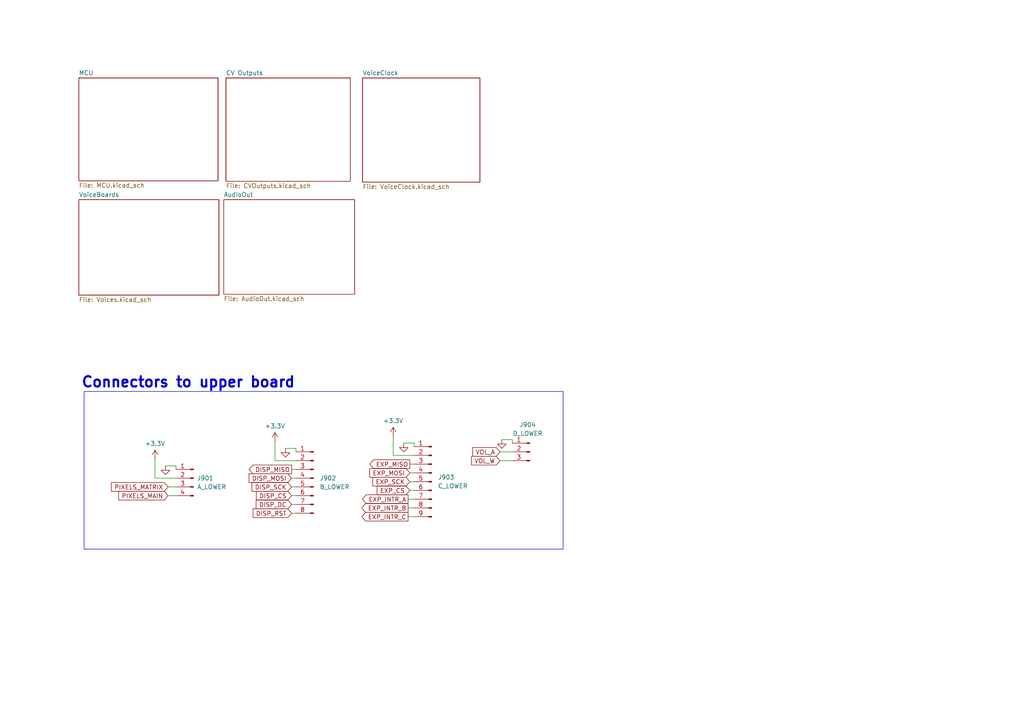
<source format=kicad_sch>
(kicad_sch (version 20231120) (generator "eeschema") (generator_version "8.0")
  (paper "A4")
  (lib_symbols
    (symbol "Connector:Conn_01x03_Pin" (pin_names (offset 1.016) hide)
      (property "Reference" "J" (at 0 5.08 0))
      (property "Value" "Conn_01x03_Pin" (at 0 -5.08 0))
      (symbol "Conn_01x03_Pin_1_1"
        (polyline (pts (xy 1.27 -2.54) (xy 0.8636 -2.54)) (stroke (width 0.1524)))
        (polyline (pts (xy 1.27 0) (xy 0.8636 0)) (stroke (width 0.1524)))
        (polyline (pts (xy 1.27 2.54) (xy 0.8636 2.54)) (stroke (width 0.1524)))
        (rectangle (start 0.8636 -2.413) (end 0 -2.667) (stroke (width 0.1524)) (fill (type outline)))
        (rectangle (start 0.8636 0.127) (end 0 -0.127) (stroke (width 0.1524)) (fill (type outline)))
        (rectangle (start 0.8636 2.667) (end 0 2.413) (stroke (width 0.1524)) (fill (type outline)))
        (pin passive line (at 5.08 2.54 180) (length 3.81) (name "Pin_1") (number "1"))
        (pin passive line (at 5.08 0 180) (length 3.81) (name "Pin_2") (number "2"))
        (pin passive line (at 5.08 -2.54 180) (length 3.81) (name "Pin_3") (number "3"))
      )
    )
    (symbol "Connector:Conn_01x04_Pin" (pin_names (offset 1.016) hide)
      (property "Reference" "J" (at 0 5.08 0))
      (property "Value" "Conn_01x04_Pin" (at 0 -7.62 0))
      (symbol "Conn_01x04_Pin_1_1"
        (polyline (pts (xy 1.27 -5.08) (xy 0.8636 -5.08)) (stroke (width 0.1524)))
        (polyline (pts (xy 1.27 -2.54) (xy 0.8636 -2.54)) (stroke (width 0.1524)))
        (polyline (pts (xy 1.27 0) (xy 0.8636 0)) (stroke (width 0.1524)))
        (polyline (pts (xy 1.27 2.54) (xy 0.8636 2.54)) (stroke (width 0.1524)))
        (rectangle (start 0.8636 -4.953) (end 0 -5.207) (stroke (width 0.1524)) (fill (type outline)))
        (rectangle (start 0.8636 -2.413) (end 0 -2.667) (stroke (width 0.1524)) (fill (type outline)))
        (rectangle (start 0.8636 0.127) (end 0 -0.127) (stroke (width 0.1524)) (fill (type outline)))
        (rectangle (start 0.8636 2.667) (end 0 2.413) (stroke (width 0.1524)) (fill (type outline)))
        (pin passive line (at 5.08 2.54 180) (length 3.81) (name "Pin_1") (number "1"))
        (pin passive line (at 5.08 0 180) (length 3.81) (name "Pin_2") (number "2"))
        (pin passive line (at 5.08 -2.54 180) (length 3.81) (name "Pin_3") (number "3"))
        (pin passive line (at 5.08 -5.08 180) (length 3.81) (name "Pin_4") (number "4"))
      )
    )
    (symbol "Connector:Conn_01x08_Pin" (pin_names (offset 1.016) hide)
      (property "Reference" "J" (at 0 10.16 0))
      (property "Value" "Conn_01x08_Pin" (at 0 -12.7 0))
      (symbol "Conn_01x08_Pin_1_1"
        (polyline (pts (xy 1.27 -10.16) (xy 0.8636 -10.16)) (stroke (width 0.1524)))
        (polyline (pts (xy 1.27 -7.62) (xy 0.8636 -7.62)) (stroke (width 0.1524)))
        (polyline (pts (xy 1.27 -5.08) (xy 0.8636 -5.08)) (stroke (width 0.1524)))
        (polyline (pts (xy 1.27 -2.54) (xy 0.8636 -2.54)) (stroke (width 0.1524)))
        (polyline (pts (xy 1.27 0) (xy 0.8636 0)) (stroke (width 0.1524)))
        (polyline (pts (xy 1.27 2.54) (xy 0.8636 2.54)) (stroke (width 0.1524)))
        (polyline (pts (xy 1.27 5.08) (xy 0.8636 5.08)) (stroke (width 0.1524)))
        (polyline (pts (xy 1.27 7.62) (xy 0.8636 7.62)) (stroke (width 0.1524)))
        (rectangle (start 0.8636 -10.033) (end 0 -10.287) (stroke (width 0.1524)) (fill (type outline)))
        (rectangle (start 0.8636 -7.493) (end 0 -7.747) (stroke (width 0.1524)) (fill (type outline)))
        (rectangle (start 0.8636 -4.953) (end 0 -5.207) (stroke (width 0.1524)) (fill (type outline)))
        (rectangle (start 0.8636 -2.413) (end 0 -2.667) (stroke (width 0.1524)) (fill (type outline)))
        (rectangle (start 0.8636 0.127) (end 0 -0.127) (stroke (width 0.1524)) (fill (type outline)))
        (rectangle (start 0.8636 2.667) (end 0 2.413) (stroke (width 0.1524)) (fill (type outline)))
        (rectangle (start 0.8636 5.207) (end 0 4.953) (stroke (width 0.1524)) (fill (type outline)))
        (rectangle (start 0.8636 7.747) (end 0 7.493) (stroke (width 0.1524)) (fill (type outline)))
        (pin passive line (at 5.08 7.62 180) (length 3.81) (name "Pin_1") (number "1"))
        (pin passive line (at 5.08 5.08 180) (length 3.81) (name "Pin_2") (number "2"))
        (pin passive line (at 5.08 2.54 180) (length 3.81) (name "Pin_3") (number "3"))
        (pin passive line (at 5.08 0 180) (length 3.81) (name "Pin_4") (number "4"))
        (pin passive line (at 5.08 -2.54 180) (length 3.81) (name "Pin_5") (number "5"))
        (pin passive line (at 5.08 -5.08 180) (length 3.81) (name "Pin_6") (number "6"))
        (pin passive line (at 5.08 -7.62 180) (length 3.81) (name "Pin_7") (number "7"))
        (pin passive line (at 5.08 -10.16 180) (length 3.81) (name "Pin_8") (number "8"))
      )
    )
    (symbol "Connector:Conn_01x09_Pin" (pin_names (offset 1.016) hide)
      (property "Reference" "J" (at 0 12.7 0))
      (property "Value" "Conn_01x09_Pin" (at 0 -12.7 0))
      (symbol "Conn_01x09_Pin_1_1"
        (polyline (pts (xy 1.27 -10.16) (xy 0.8636 -10.16)) (stroke (width 0.1524)))
        (polyline (pts (xy 1.27 -7.62) (xy 0.8636 -7.62)) (stroke (width 0.1524)))
        (polyline (pts (xy 1.27 -5.08) (xy 0.8636 -5.08)) (stroke (width 0.1524)))
        (polyline (pts (xy 1.27 -2.54) (xy 0.8636 -2.54)) (stroke (width 0.1524)))
        (polyline (pts (xy 1.27 0) (xy 0.8636 0)) (stroke (width 0.1524)))
        (polyline (pts (xy 1.27 2.54) (xy 0.8636 2.54)) (stroke (width 0.1524)))
        (polyline (pts (xy 1.27 5.08) (xy 0.8636 5.08)) (stroke (width 0.1524)))
        (polyline (pts (xy 1.27 7.62) (xy 0.8636 7.62)) (stroke (width 0.1524)))
        (polyline (pts (xy 1.27 10.16) (xy 0.8636 10.16)) (stroke (width 0.1524)))
        (rectangle (start 0.8636 -10.033) (end 0 -10.287) (stroke (width 0.1524)) (fill (type outline)))
        (rectangle (start 0.8636 -7.493) (end 0 -7.747) (stroke (width 0.1524)) (fill (type outline)))
        (rectangle (start 0.8636 -4.953) (end 0 -5.207) (stroke (width 0.1524)) (fill (type outline)))
        (rectangle (start 0.8636 -2.413) (end 0 -2.667) (stroke (width 0.1524)) (fill (type outline)))
        (rectangle (start 0.8636 0.127) (end 0 -0.127) (stroke (width 0.1524)) (fill (type outline)))
        (rectangle (start 0.8636 2.667) (end 0 2.413) (stroke (width 0.1524)) (fill (type outline)))
        (rectangle (start 0.8636 5.207) (end 0 4.953) (stroke (width 0.1524)) (fill (type outline)))
        (rectangle (start 0.8636 7.747) (end 0 7.493) (stroke (width 0.1524)) (fill (type outline)))
        (rectangle (start 0.8636 10.287) (end 0 10.033) (stroke (width 0.1524)) (fill (type outline)))
        (pin passive line (at 5.08 10.16 180) (length 3.81) (name "Pin_1") (number "1"))
        (pin passive line (at 5.08 7.62 180) (length 3.81) (name "Pin_2") (number "2"))
        (pin passive line (at 5.08 5.08 180) (length 3.81) (name "Pin_3") (number "3"))
        (pin passive line (at 5.08 2.54 180) (length 3.81) (name "Pin_4") (number "4"))
        (pin passive line (at 5.08 0 180) (length 3.81) (name "Pin_5") (number "5"))
        (pin passive line (at 5.08 -2.54 180) (length 3.81) (name "Pin_6") (number "6"))
        (pin passive line (at 5.08 -5.08 180) (length 3.81) (name "Pin_7") (number "7"))
        (pin passive line (at 5.08 -7.62 180) (length 3.81) (name "Pin_8") (number "8"))
        (pin passive line (at 5.08 -10.16 180) (length 3.81) (name "Pin_9") (number "9"))
      )
    )
    (symbol "power:+3.3V" (power) (pin_names (offset 0))
      (property "Value" "+3.3V" (at 0 3.556 0))
      (symbol "+3.3V_0_1"
        (polyline (pts (xy -0.762 1.27) (xy 0 2.54)))
        (polyline (pts (xy 0 0) (xy 0 2.54)))
        (polyline (pts (xy 0 2.54) (xy 0.762 1.27)))
      )
      (symbol "+3.3V_1_1"
        (pin power_in line (at 0 0 90) (length 0) hide (name "+3.3V") (number "1"))
      )
    )
    (symbol "power:GND" (power) (pin_names (offset 0))
      (symbol "GND_0_1"
        (polyline (pts (xy 0 0) (xy 0 -1.27) (xy 1.27 -1.27) (xy 0 -2.54) (xy -1.27 -1.27) (xy 0 -1.27)))
      )
      (symbol "GND_1_1"
        (pin power_in line (at 0 0 270) (length 0) hide (name "GND") (number "1"))
      )
    )
  )
  (wire (pts (xy 114.046 132.08) (xy 120.142 132.08)))
  (wire (pts (xy 120.142 129.54) (xy 120.142 128.524)))
  (wire (pts (xy 48.768 143.764) (xy 51.054 143.764)))
  (wire (pts (xy 48.768 141.224) (xy 51.054 141.224)))
  (wire (pts (xy 79.756 128.016) (xy 79.756 133.604)))
  (wire (pts (xy 84.582 143.764) (xy 85.852 143.764)))
  (wire (pts (xy 114.046 126.492) (xy 114.046 132.08)))
  (wire (pts (xy 51.054 136.144) (xy 51.054 135.128)))
  (wire (pts (xy 118.364 149.86) (xy 120.142 149.86)))
  (wire (pts (xy 84.582 148.844) (xy 85.852 148.844)))
  (wire (pts (xy 118.872 139.7) (xy 120.142 139.7)))
  (wire (pts (xy 79.756 133.604) (xy 85.852 133.604)))
  (wire (pts (xy 118.872 134.62) (xy 120.142 134.62)))
  (wire (pts (xy 84.582 138.684) (xy 85.852 138.684)))
  (wire (pts (xy 120.142 128.524) (xy 117.094 128.524)))
  (wire (pts (xy 118.872 142.24) (xy 120.142 142.24)))
  (wire (pts (xy 148.59 127.508) (xy 145.542 127.508)))
  (wire (pts (xy 118.872 137.16) (xy 120.142 137.16)))
  (wire (pts (xy 44.958 133.096) (xy 44.958 138.684)))
  (wire (pts (xy 118.364 147.32) (xy 120.142 147.32)))
  (wire (pts (xy 44.958 138.684) (xy 51.054 138.684)))
  (wire (pts (xy 148.59 128.524) (xy 148.59 127.508)))
  (wire (pts (xy 145.034 131.064) (xy 148.59 131.064)))
  (wire (pts (xy 85.852 131.064) (xy 85.852 130.048)))
  (wire (pts (xy 51.054 135.128) (xy 48.006 135.128)))
  (wire (pts (xy 85.852 130.048) (xy 82.804 130.048)))
  (wire (pts (xy 84.582 146.304) (xy 85.852 146.304)))
  (wire (pts (xy 145.034 133.604) (xy 148.59 133.604)))
  (wire (pts (xy 84.582 141.224) (xy 85.852 141.224)))
  (wire (pts (xy 84.582 136.144) (xy 85.852 136.144)))
  (wire (pts (xy 118.364 144.78) (xy 120.142 144.78)))
  (rectangle (start 24.384 113.538) (end 163.322 159.258))
  (text "Connectors to upper board" (at 54.61 110.998 0) (effects (font (size 3 3) (thickness 0.6) (bold yes))))
  (global_label "EXP_MISO" (shape output) (at 118.872 134.62 180) (property "Intersheetrefs" "${INTERSHEET_REFS}" (effects (hide yes))))
  (global_label "PIXELS_MAIN" (shape input) (at 48.768 143.764 180) (property "Intersheetrefs" "${INTERSHEET_REFS}" (effects (hide yes))))
  (global_label "PIXELS_MATRIX" (shape input) (at 48.768 141.224 180) (property "Intersheetrefs" "${INTERSHEET_REFS}" (effects (hide yes))))
  (global_label "DISP_CS" (shape input) (at 84.582 143.764 180) (property "Intersheetrefs" "${INTERSHEET_REFS}" (effects (hide yes))))
  (global_label "VOL_A" (shape input) (at 145.034 131.064 180) (property "Intersheetrefs" "${INTERSHEET_REFS}" (effects (hide yes))))
  (global_label "EXP_MOSI" (shape input) (at 118.872 137.16 180) (property "Intersheetrefs" "${INTERSHEET_REFS}" (effects (hide yes))))
  (global_label "EXP_SCK" (shape input) (at 118.872 139.7 180) (property "Intersheetrefs" "${INTERSHEET_REFS}" (effects (hide yes))))
  (global_label "DISP_DC" (shape input) (at 84.582 146.304 180) (property "Intersheetrefs" "${INTERSHEET_REFS}" (effects (hide yes))))
  (global_label "VOL_W" (shape input) (at 145.034 133.604 180) (property "Intersheetrefs" "${INTERSHEET_REFS}" (effects (hide yes))))
  (global_label "EXP_INTR_C" (shape output) (at 118.364 149.86 180) (property "Intersheetrefs" "${INTERSHEET_REFS}" (effects (hide yes))))
  (global_label "DISP_SCK" (shape input) (at 84.582 141.224 180) (property "Intersheetrefs" "${INTERSHEET_REFS}" (effects (hide yes))))
  (global_label "DISP_RST" (shape input) (at 84.582 148.844 180) (property "Intersheetrefs" "${INTERSHEET_REFS}" (effects (hide yes))))
  (global_label "DISP_MOSI" (shape input) (at 84.582 138.684 180) (property "Intersheetrefs" "${INTERSHEET_REFS}" (effects (hide yes))))
  (global_label "EXP_CS" (shape input) (at 118.872 142.24 180) (property "Intersheetrefs" "${INTERSHEET_REFS}" (effects (hide yes))))
  (global_label "EXP_INTR_A" (shape output) (at 118.364 144.78 180) (property "Intersheetrefs" "${INTERSHEET_REFS}" (effects (hide yes))))
  (global_label "EXP_INTR_B" (shape output) (at 118.364 147.32 180) (property "Intersheetrefs" "${INTERSHEET_REFS}" (effects (hide yes))))
  (global_label "DISP_MISO" (shape output) (at 84.582 136.144 180) (property "Intersheetrefs" "${INTERSHEET_REFS}" (effects (hide yes))))
  (symbol (lib_id "power:GND") (at 48.006 135.128 0) (unit 1)
    (property "Reference" "#PWR0902" (effects (hide yes)))
    (property "Value" "GND" (effects (hide yes)))
  )
  (symbol (lib_id "Connector:Conn_01x03_Pin") (at 153.67 131.064 0) (mirror y) (unit 1)
    (property "Reference" "J904" (at 153.035 123.19 0))
    (property "Value" "D_LOWER" (at 153.035 125.73 0))
    (property "Footprint" "Connector_PinSocket_2.54mm:PinSocket_1x03_P2.54mm_Vertical" (effects (hide yes)))
    (property "Description" "Generic connector, single row, 01x03, script generated" (effects (hide yes)))
  )
  (symbol (lib_id "Connector:Conn_01x08_Pin") (at 90.932 138.684 0) (mirror y) (unit 1)
    (property "Reference" "J902" (at 92.71 138.6839 0) (effects (justify right)))
    (property "Value" "B_LOWER" (at 92.71 141.2239 0) (effects (justify right)))
    (property "Footprint" "Connector_PinHeader_2.54mm:PinHeader_1x08_P2.54mm_Vertical" (effects (hide yes)))
    (property "Description" "Generic connector, single row, 01x08, script generated" (effects (hide yes)))
  )
  (symbol (lib_id "Connector:Conn_01x09_Pin") (at 125.222 139.7 0) (mirror y) (unit 1)
    (property "Reference" "J903" (at 127 138.4299 0) (effects (justify right)))
    (property "Value" "C_LOWER" (at 127 140.9699 0) (effects (justify right)))
    (property "Footprint" "Connector_PinSocket_2.54mm:PinSocket_1x09_P2.54mm_Vertical" (effects (hide yes)))
    (property "Description" "Generic connector, single row, 01x09, script generated" (effects (hide yes)))
  )
  (symbol (lib_id "power:GND") (at 82.804 130.048 0) (unit 1)
    (property "Reference" "#PWR0904" (effects (hide yes)))
    (property "Value" "GND" (effects (hide yes)))
  )
  (symbol (lib_id "power:+3.3V") (at 44.958 133.096 0) (unit 1)
    (property "Reference" "#PWR0901" (effects (hide yes)))
    (property "Value" "+3.3V" (at 44.958 128.651 0))
  )
  (symbol (lib_id "power:GND") (at 117.094 128.524 0) (unit 1)
    (property "Reference" "#PWR0906" (effects (hide yes)))
    (property "Value" "GND" (effects (hide yes)))
  )
  (symbol (lib_id "power:+3.3V") (at 79.756 128.016 0) (unit 1)
    (property "Reference" "#PWR0903" (effects (hide yes)))
    (property "Value" "+3.3V" (at 79.756 123.571 0))
  )
  (symbol (lib_id "Connector:Conn_01x04_Pin") (at 56.134 138.684 0) (mirror y) (unit 1)
    (property "Reference" "J901" (at 57.15 138.6839 0) (effects (justify right)))
    (property "Value" "A_LOWER" (at 57.15 141.2239 0) (effects (justify right)))
    (property "Footprint" "Connector_PinSocket_2.54mm:PinSocket_1x04_P2.54mm_Vertical" (effects (hide yes)))
    (property "Description" "Generic connector, single row, 01x04, script generated" (effects (hide yes)))
  )
  (symbol (lib_id "power:GND") (at 145.542 127.508 0) (unit 1)
    (property "Reference" "#PWR0907" (effects (hide yes)))
    (property "Value" "GND" (effects (hide yes)))
  )
  (symbol (lib_id "power:+3.3V") (at 114.046 126.492 0) (unit 1)
    (property "Reference" "#PWR0905" (effects (hide yes)))
    (property "Value" "+3.3V" (at 114.046 122.047 0))
  )
  (sheet (at 64.897 57.912) (size 37.973 27.432) (stroke (width 0.1524))
    (property "Sheetname" "AudioOut" (at 64.897 57.2004 0) (effects (justify left bottom)))
    (property "Sheetfile" "AudioOut.kicad_sch" (at 64.897 85.9286 0) (effects (justify left top)))
  )
  (sheet (at 65.532 22.606) (size 36.068 29.972) (stroke (width 0.1524))
    (property "Sheetname" "CV Outputs" (at 65.532 21.8944 0) (effects (justify left bottom)))
    (property "Sheetfile" "CVOutputs.kicad_sch" (at 65.532 53.1626 0) (effects (justify left top)))
  )
  (sheet (at 22.86 22.606) (size 40.386 29.845) (stroke (width 0.1524))
    (property "Sheetname" "MCU" (at 22.86 21.8944 0) (effects (justify left bottom)))
    (property "Sheetfile" "MCU.kicad_sch" (at 22.86 53.0356 0) (effects (justify left top)))
  )
  (sheet (at 105.156 22.606) (size 34.036 30.226) (stroke (width 0.1524))
    (property "Sheetname" "VoiceClock" (at 105.156 21.8944 0) (effects (justify left bottom)))
    (property "Sheetfile" "VoiceClock.kicad_sch" (at 105.156 53.4166 0) (effects (justify left top)))
  )
  (sheet (at 22.86 57.912) (size 40.64 27.686) (stroke (width 0.1524))
    (property "Sheetname" "VoiceBoards" (at 22.86 57.2004 0) (effects (justify left bottom)))
    (property "Sheetfile" "Voices.kicad_sch" (at 22.86 86.1826 0) (effects (justify left top)))
  )
)
</source>
